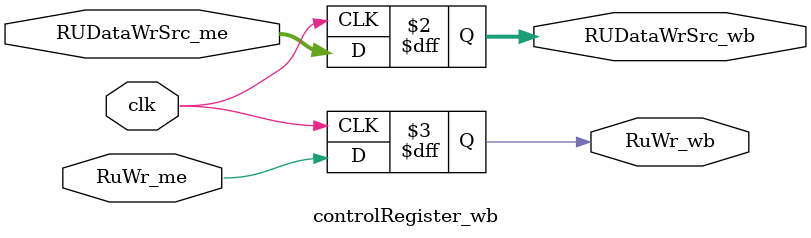
<source format=sv>
module controlRegister_wb(
    input logic clk,
	input logic [1:0] RUDataWrSrc_me,
	input logic RuWr_me,
	output logic [1:0] RUDataWrSrc_wb,
	output logic RuWr_wb,
);

    always_ff @(posedge clk) begin

        RUDataWrSrc_wb <= RUDataWrSrc_me;
        RuWr_wb <= RuWr_me;

    end
endmodule
</source>
